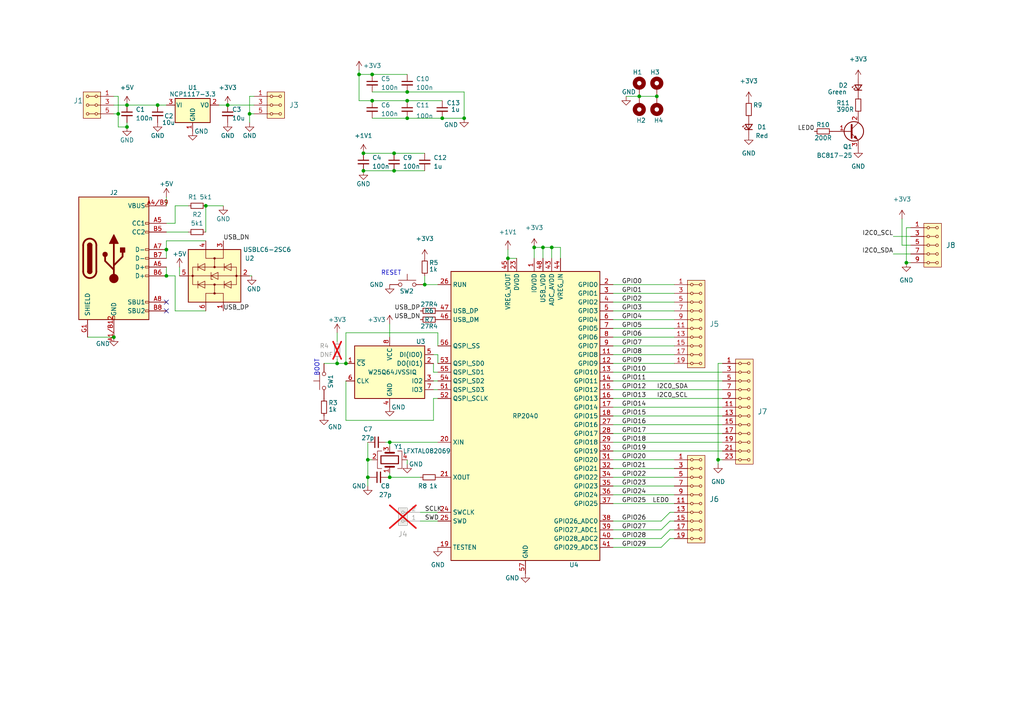
<source format=kicad_sch>
(kicad_sch (version 20230121) (generator eeschema)
  (paper "A4")
  (lib_symbols
    (symbol "Device:C_Small" (pin_numbers hide) (pin_names (offset 0.254) hide)
      (property "Reference" "C" (at 0.254 1.778 0))
      (property "Value" "C_Small" (at 0.254 -2.032 0))
      (symbol "C_Small_1_1"
        (pin passive line (at 0 2.54 270) (length 2.032) (name "~") (number "1"))
        (pin passive line (at 0 -2.54 90) (length 2.032) (name "~") (number "2"))
      )
    )
    (symbol "Device:Crystal_GND24" (pin_names (offset 1.016) hide)
      (property "Reference" "Y" (at 3.175 5.08 0))
      (property "Value" "Crystal_GND24" (at 3.175 3.175 0))
      (symbol "Crystal_GND24_1_1"
        (pin passive line (at -3.81 0 0) (length 1.27) (name "1") (number "1"))
        (pin passive line (at 0 5.08 270) (length 1.27) (name "2") (number "2"))
        (pin passive line (at 3.81 0 180) (length 1.27) (name "3") (number "3"))
        (pin passive line (at 0 -5.08 90) (length 1.27) (name "4") (number "4"))
      )
    )
    (symbol "Device:LED_Small" (pin_numbers hide) (pin_names (offset 0.254) hide)
      (property "Reference" "D" (at -1.27 3.175 0))
      (property "Value" "LED_Small" (at -4.445 -2.54 0))
      (symbol "LED_Small_1_1"
        (pin passive line (at -2.54 0 0) (length 1.778) (name "K") (number "1"))
        (pin passive line (at 2.54 0 180) (length 1.778) (name "A") (number "2"))
      )
    )
    (symbol "Device:Q_NPN_BCE" (pin_names (offset 0) hide)
      (property "Reference" "Q" (at 5.08 1.27 0))
      (property "Value" "Q_NPN_BCE" (at 5.08 -1.27 0))
      (symbol "Q_NPN_BCE_1_1"
        (pin input line (at -5.08 0 0) (length 5.715) (name "B") (number "1"))
        (pin passive line (at 2.54 5.08 270) (length 2.54) (name "C") (number "2"))
        (pin passive line (at 2.54 -5.08 90) (length 2.54) (name "E") (number "3"))
      )
    )
    (symbol "Device:R_Small" (pin_numbers hide) (pin_names (offset 0.254) hide)
      (property "Reference" "R" (at 0.762 0.508 0))
      (property "Value" "R_Small" (at 0.762 -1.016 0))
      (symbol "R_Small_1_1"
        (pin passive line (at 0 2.54 270) (length 0.762) (name "~") (number "1"))
        (pin passive line (at 0 -2.54 90) (length 0.762) (name "~") (number "2"))
      )
    )
    (symbol "MCU_RaspberryPi:RP2040"
      (property "Reference" "U" (at 17.78 45.72 0))
      (property "Value" "RP2040" (at 17.78 43.18 0))
      (symbol "RP2040_1_1"
        (pin power_in line (at 2.54 45.72 270) (length 3.81) (name "IOVDD") (number "1"))
        (pin passive line (at 2.54 45.72 270) (length 3.81) hide (name "IOVDD") (number "10"))
        (pin bidirectional line (at 25.4 17.78 180) (length 3.81) (name "GPIO8") (number "11"))
        (pin bidirectional line (at 25.4 15.24 180) (length 3.81) (name "GPIO9") (number "12"))
        (pin bidirectional line (at 25.4 12.7 180) (length 3.81) (name "GPIO10") (number "13"))
        (pin bidirectional line (at 25.4 10.16 180) (length 3.81) (name "GPIO11") (number "14"))
        (pin bidirectional line (at 25.4 7.62 180) (length 3.81) (name "GPIO12") (number "15"))
        (pin bidirectional line (at 25.4 5.08 180) (length 3.81) (name "GPIO13") (number "16"))
        (pin bidirectional line (at 25.4 2.54 180) (length 3.81) (name "GPIO14") (number "17"))
        (pin bidirectional line (at 25.4 0 180) (length 3.81) (name "GPIO15") (number "18"))
        (pin input line (at -25.4 -38.1 0) (length 3.81) (name "TESTEN") (number "19"))
        (pin bidirectional line (at 25.4 38.1 180) (length 3.81) (name "GPIO0") (number "2"))
        (pin input line (at -25.4 -7.62 0) (length 3.81) (name "XIN") (number "20"))
        (pin passive line (at -25.4 -17.78 0) (length 3.81) (name "XOUT") (number "21"))
        (pin passive line (at 2.54 45.72 270) (length 3.81) hide (name "IOVDD") (number "22"))
        (pin power_in line (at -2.54 45.72 270) (length 3.81) (name "DVDD") (number "23"))
        (pin output line (at -25.4 -27.94 0) (length 3.81) (name "SWCLK") (number "24"))
        (pin bidirectional line (at -25.4 -30.48 0) (length 3.81) (name "SWD") (number "25"))
        (pin input line (at -25.4 38.1 0) (length 3.81) (name "RUN") (number "26"))
        (pin bidirectional line (at 25.4 -2.54 180) (length 3.81) (name "GPIO16") (number "27"))
        (pin bidirectional line (at 25.4 -5.08 180) (length 3.81) (name "GPIO17") (number "28"))
        (pin bidirectional line (at 25.4 -7.62 180) (length 3.81) (name "GPIO18") (number "29"))
        (pin bidirectional line (at 25.4 35.56 180) (length 3.81) (name "GPIO1") (number "3"))
        (pin bidirectional line (at 25.4 -10.16 180) (length 3.81) (name "GPIO19") (number "30"))
        (pin bidirectional line (at 25.4 -12.7 180) (length 3.81) (name "GPIO20") (number "31"))
        (pin bidirectional line (at 25.4 -15.24 180) (length 3.81) (name "GPIO21") (number "32"))
        (pin passive line (at 2.54 45.72 270) (length 3.81) hide (name "IOVDD") (number "33"))
        (pin bidirectional line (at 25.4 -17.78 180) (length 3.81) (name "GPIO22") (number "34"))
        (pin bidirectional line (at 25.4 -20.32 180) (length 3.81) (name "GPIO23") (number "35"))
        (pin bidirectional line (at 25.4 -22.86 180) (length 3.81) (name "GPIO24") (number "36"))
        (pin bidirectional line (at 25.4 -25.4 180) (length 3.81) (name "GPIO25") (number "37"))
        (pin bidirectional line (at 25.4 -30.48 180) (length 3.81) (name "GPIO26_ADC0") (number "38"))
        (pin bidirectional line (at 25.4 -33.02 180) (length 3.81) (name "GPIO27_ADC1") (number "39"))
        (pin bidirectional line (at 25.4 33.02 180) (length 3.81) (name "GPIO2") (number "4"))
        (pin bidirectional line (at 25.4 -35.56 180) (length 3.81) (name "GPIO28_ADC2") (number "40"))
        (pin bidirectional line (at 25.4 -38.1 180) (length 3.81) (name "GPIO29_ADC3") (number "41"))
        (pin passive line (at 2.54 45.72 270) (length 3.81) hide (name "IOVDD") (number "42"))
        (pin power_in line (at 7.62 45.72 270) (length 3.81) (name "ADC_AVDD") (number "43"))
        (pin power_in line (at 10.16 45.72 270) (length 3.81) (name "VREG_IN") (number "44"))
        (pin power_out line (at -5.08 45.72 270) (length 3.81) (name "VREG_VOUT") (number "45"))
        (pin bidirectional line (at -25.4 27.94 0) (length 3.81) (name "USB_DM") (number "46"))
        (pin bidirectional line (at -25.4 30.48 0) (length 3.81) (name "USB_DP") (number "47"))
        (pin power_in line (at 5.08 45.72 270) (length 3.81) (name "USB_VDD") (number "48"))
        (pin passive line (at 2.54 45.72 270) (length 3.81) hide (name "IOVDD") (number "49"))
        (pin bidirectional line (at 25.4 30.48 180) (length 3.81) (name "GPIO3") (number "5"))
        (pin passive line (at -2.54 45.72 270) (length 3.81) hide (name "DVDD") (number "50"))
        (pin bidirectional line (at -25.4 7.62 0) (length 3.81) (name "QSPI_SD3") (number "51"))
        (pin output line (at -25.4 5.08 0) (length 3.81) (name "QSPI_SCLK") (number "52"))
        (pin bidirectional line (at -25.4 15.24 0) (length 3.81) (name "QSPI_SD0") (number "53"))
        (pin bidirectional line (at -25.4 10.16 0) (length 3.81) (name "QSPI_SD2") (number "54"))
        (pin bidirectional line (at -25.4 12.7 0) (length 3.81) (name "QSPI_SD1") (number "55"))
        (pin bidirectional line (at -25.4 20.32 0) (length 3.81) (name "QSPI_SS") (number "56"))
        (pin power_in line (at 0 -45.72 90) (length 3.81) (name "GND") (number "57"))
        (pin bidirectional line (at 25.4 27.94 180) (length 3.81) (name "GPIO4") (number "6"))
        (pin bidirectional line (at 25.4 25.4 180) (length 3.81) (name "GPIO5") (number "7"))
        (pin bidirectional line (at 25.4 22.86 180) (length 3.81) (name "GPIO6") (number "8"))
        (pin bidirectional line (at 25.4 20.32 180) (length 3.81) (name "GPIO7") (number "9"))
      )
    )
    (symbol "MLAB_CONNECTORS:USBC_USB4105-GF-A" (pin_names (offset 1.016))
      (property "Reference" "J" (at -10.16 19.05 0))
      (property "Value" "USBC_USB4105-GF-A" (at 19.05 19.05 0))
      (symbol "USBC_USB4105-GF-A_1_1"
        (pin passive line (at 0 -22.86 90) (length 5.08) (name "GND") (number "A1/B12"))
        (pin passive line (at 15.24 15.24 180) (length 5.08) (name "VBUS") (number "A4/B9"))
        (pin bidirectional line (at 15.24 10.16 180) (length 5.08) (name "CC1") (number "A5"))
        (pin bidirectional line (at 15.24 -2.54 180) (length 5.08) (name "D+") (number "A6"))
        (pin bidirectional line (at 15.24 2.54 180) (length 5.08) (name "D-") (number "A7"))
        (pin bidirectional line (at 15.24 -12.7 180) (length 5.08) (name "SBU1") (number "A8"))
        (pin passive line (at 0 -22.86 90) (length 5.08) hide (name "GND") (number "B1/A12"))
        (pin passive line (at 15.24 15.24 180) (length 5.08) hide (name "VBUS") (number "B4/A9"))
        (pin bidirectional line (at 15.24 7.62 180) (length 5.08) (name "CC2") (number "B5"))
        (pin bidirectional line (at 15.24 -5.08 180) (length 5.08) (name "D+") (number "B6"))
        (pin bidirectional line (at 15.24 0 180) (length 5.08) (name "D-") (number "B7"))
        (pin bidirectional line (at 15.24 -15.24 180) (length 5.08) (name "SBU2") (number "B8"))
        (pin passive line (at -7.62 -22.86 90) (length 5.08) (name "SHIELD") (number "G1"))
        (pin passive line (at -7.62 -22.86 90) (length 5.08) hide (name "SHIELD") (number "G2"))
        (pin passive line (at -7.62 -22.86 90) (length 5.08) hide (name "SHIELD") (number "G3"))
        (pin passive line (at -7.62 -22.86 90) (length 5.08) hide (name "SHIELD") (number "G4"))
      )
    )
    (symbol "MLAB_HEADER:HEADER_1x02" (pin_names (offset 1.016))
      (property "Reference" "J" (at 0 -3.81 0))
      (property "Value" "HEADER_1x02" (at 0 3.81 0))
      (symbol "HEADER_1x02_1_1"
        (pin input line (at -5.08 1.27 0) (length 3.81) (name "~") (number "1"))
        (pin input line (at -5.08 -1.27 0) (length 3.81) (name "~") (number "2"))
      )
    )
    (symbol "MLAB_HEADER:HEADER_2x03_PARALLEL" (pin_names (offset 1.016))
      (property "Reference" "J" (at 0 -5.08 0))
      (property "Value" "HEADER_2x03_PARALLEL" (at 0 5.08 0))
      (symbol "HEADER_2x03_PARALLEL_1_1"
        (pin input line (at -6.35 2.54 0) (length 3.81) (name "~") (number "1"))
        (pin input line (at -6.35 2.54 0) (length 3.81) hide (name "~") (number "2"))
        (pin input line (at -6.35 0 0) (length 3.81) (name "~") (number "3"))
        (pin input line (at -6.35 0 0) (length 3.81) hide (name "~") (number "4"))
        (pin input line (at -6.35 -2.54 0) (length 3.81) (name "~") (number "5"))
        (pin input line (at -6.35 -2.54 0) (length 3.81) hide (name "~") (number "6"))
      )
    )
    (symbol "MLAB_HEADER:HEADER_2x05_PARALLEL" (pin_names (offset 1.016))
      (property "Reference" "J" (at 0 -7.62 0))
      (property "Value" "HEADER_2x05_PARALLEL" (at 0 7.62 0))
      (symbol "HEADER_2x05_PARALLEL_1_1"
        (pin input line (at -6.35 5.08 0) (length 3.81) (name "~") (number "1"))
        (pin input line (at -6.35 -5.08 0) (length 3.81) hide (name "~") (number "10"))
        (pin input line (at -6.35 5.08 0) (length 3.81) hide (name "~") (number "2"))
        (pin input line (at -6.35 2.54 0) (length 3.81) (name "~") (number "3"))
        (pin input line (at -6.35 2.54 0) (length 3.81) hide (name "~") (number "4"))
        (pin input line (at -6.35 0 0) (length 3.81) (name "~") (number "5"))
        (pin input line (at -6.35 0 0) (length 3.81) hide (name "~") (number "6"))
        (pin input line (at -6.35 -2.54 0) (length 3.81) (name "~") (number "7"))
        (pin input line (at -6.35 -2.54 0) (length 3.81) hide (name "~") (number "8"))
        (pin input line (at -6.35 -5.08 0) (length 3.81) (name "~") (number "9"))
      )
    )
    (symbol "MLAB_HEADER:HEADER_2x10_PARALLEL" (pin_names (offset 1.016))
      (property "Reference" "J" (at 0 -13.97 0))
      (property "Value" "HEADER_2x10_PARALLEL" (at 0 13.97 0))
      (symbol "HEADER_2x10_PARALLEL_1_1"
        (pin input line (at -6.35 11.43 0) (length 3.81) (name "~") (number "1"))
        (pin input line (at -6.35 1.27 0) (length 3.81) hide (name "~") (number "10"))
        (pin input line (at -6.35 -1.27 0) (length 3.81) (name "~") (number "11"))
        (pin input line (at -6.35 -1.27 0) (length 3.81) hide (name "~") (number "12"))
        (pin input line (at -6.35 -3.81 0) (length 3.81) (name "~") (number "13"))
        (pin input line (at -6.35 -3.81 0) (length 3.81) hide (name "~") (number "14"))
        (pin input line (at -6.35 -6.35 0) (length 3.81) (name "~") (number "15"))
        (pin input line (at -6.35 -6.35 0) (length 3.81) hide (name "~") (number "16"))
        (pin input line (at -6.35 -8.89 0) (length 3.81) (name "~") (number "17"))
        (pin input line (at -6.35 -8.89 0) (length 3.81) hide (name "~") (number "18"))
        (pin input line (at -6.35 -11.43 0) (length 3.81) (name "~") (number "19"))
        (pin input line (at -6.35 11.43 0) (length 3.81) hide (name "~") (number "2"))
        (pin input line (at -6.35 -11.43 0) (length 3.81) hide (name "~") (number "20"))
        (pin input line (at -6.35 8.89 0) (length 3.81) (name "~") (number "3"))
        (pin input line (at -6.35 8.89 0) (length 3.81) hide (name "~") (number "4"))
        (pin input line (at -6.35 6.35 0) (length 3.81) (name "~") (number "5"))
        (pin input line (at -6.35 6.35 0) (length 3.81) hide (name "~") (number "6"))
        (pin input line (at -6.35 3.81 0) (length 3.81) (name "~") (number "7"))
        (pin input line (at -6.35 3.81 0) (length 3.81) hide (name "~") (number "8"))
        (pin input line (at -6.35 1.27 0) (length 3.81) (name "~") (number "9"))
      )
    )
    (symbol "MLAB_HEADER:HEADER_2x12_PARALLEL" (pin_names (offset 1.016))
      (property "Reference" "J" (at 0 -16.51 0))
      (property "Value" "HEADER_2x12_PARALLEL" (at 0 16.51 0))
      (symbol "HEADER_2x12_PARALLEL_1_1"
        (pin input line (at -6.35 13.97 0) (length 3.81) (name "~") (number "1"))
        (pin input line (at -6.35 3.81 0) (length 3.81) hide (name "~") (number "10"))
        (pin input line (at -6.35 1.27 0) (length 3.81) (name "~") (number "11"))
        (pin input line (at -6.35 1.27 0) (length 3.81) hide (name "~") (number "12"))
        (pin input line (at -6.35 -1.27 0) (length 3.81) (name "~") (number "13"))
        (pin input line (at -6.35 -1.27 0) (length 3.81) hide (name "~") (number "14"))
        (pin input line (at -6.35 -3.81 0) (length 3.81) (name "~") (number "15"))
        (pin input line (at -6.35 -3.81 0) (length 3.81) hide (name "~") (number "16"))
        (pin input line (at -6.35 -6.35 0) (length 3.81) (name "~") (number "17"))
        (pin input line (at -6.35 -6.35 0) (length 3.81) hide (name "~") (number "18"))
        (pin input line (at -6.35 -8.89 0) (length 3.81) (name "~") (number "19"))
        (pin input line (at -6.35 13.97 0) (length 3.81) hide (name "~") (number "2"))
        (pin input line (at -6.35 -8.89 0) (length 3.81) hide (name "~") (number "20"))
        (pin input line (at -6.35 -11.43 0) (length 3.81) (name "~") (number "21"))
        (pin input line (at -6.35 -11.43 0) (length 3.81) hide (name "~") (number "22"))
        (pin input line (at -6.35 -13.97 0) (length 3.81) (name "~") (number "23"))
        (pin input line (at -6.35 -13.97 0) (length 3.81) hide (name "~") (number "24"))
        (pin input line (at -6.35 11.43 0) (length 3.81) (name "~") (number "3"))
        (pin input line (at -6.35 11.43 0) (length 3.81) hide (name "~") (number "4"))
        (pin input line (at -6.35 8.89 0) (length 3.81) (name "~") (number "5"))
        (pin input line (at -6.35 8.89 0) (length 3.81) hide (name "~") (number "6"))
        (pin input line (at -6.35 6.35 0) (length 3.81) (name "~") (number "7"))
        (pin input line (at -6.35 6.35 0) (length 3.81) hide (name "~") (number "8"))
        (pin input line (at -6.35 3.81 0) (length 3.81) (name "~") (number "9"))
      )
    )
    (symbol "Mechanical:MountingHole_Pad" (pin_numbers hide) (pin_names (offset 1.016) hide)
      (property "Reference" "H" (at 0 6.35 0))
      (property "Value" "MountingHole_Pad" (at 0 4.445 0))
      (symbol "MountingHole_Pad_1_1"
        (pin input line (at 0 -2.54 90) (length 2.54) (name "1") (number "1"))
      )
    )
    (symbol "Memory_Flash:W25Q128JVS"
      (property "Reference" "U" (at -8.89 8.89 0))
      (property "Value" "W25Q128JVS" (at 7.62 8.89 0))
      (symbol "W25Q128JVS_1_1"
        (pin input line (at -12.7 2.54 0) (length 2.54) (name "~{CS}") (number "1"))
        (pin bidirectional line (at 12.7 2.54 180) (length 2.54) (name "DO(IO1)") (number "2"))
        (pin bidirectional line (at 12.7 -2.54 180) (length 2.54) (name "IO2") (number "3"))
        (pin power_in line (at 0 -10.16 90) (length 2.54) (name "GND") (number "4"))
        (pin bidirectional line (at 12.7 5.08 180) (length 2.54) (name "DI(IO0)") (number "5"))
        (pin input line (at -12.7 -2.54 0) (length 2.54) (name "CLK") (number "6"))
        (pin bidirectional line (at 12.7 -5.08 180) (length 2.54) (name "IO3") (number "7"))
        (pin power_in line (at 0 10.16 270) (length 2.54) (name "VCC") (number "8"))
      )
    )
    (symbol "Power_Protection:USBLC6-2SC6" (pin_names hide)
      (property "Reference" "U" (at 2.54 8.89 0))
      (property "Value" "USBLC6-2SC6" (at 2.54 -8.89 0))
      (symbol "USBLC6-2SC6_1_1"
        (pin passive line (at -10.16 -2.54 0) (length 2.54) (name "I/O1") (number "1"))
        (pin passive line (at 0 -10.16 90) (length 2.54) (name "GND") (number "2"))
        (pin passive line (at 10.16 -2.54 180) (length 2.54) (name "I/O2") (number "3"))
        (pin passive line (at 10.16 2.54 180) (length 2.54) (name "I/O2") (number "4"))
        (pin passive line (at 0 10.16 270) (length 2.54) (name "VBUS") (number "5"))
        (pin passive line (at -10.16 2.54 0) (length 2.54) (name "I/O1") (number "6"))
      )
    )
    (symbol "Regulator_Linear:NCP1117-3.3_SOT223" (pin_names (offset 0.254))
      (property "Reference" "U" (at -3.81 3.175 0))
      (property "Value" "NCP1117-3.3_SOT223" (at 0 3.175 0))
      (symbol "NCP1117-3.3_SOT223_1_1"
        (pin power_in line (at 0 -7.62 90) (length 2.54) (name "GND") (number "1"))
        (pin power_out line (at 7.62 0 180) (length 2.54) (name "VO") (number "2"))
        (pin power_in line (at -7.62 0 0) (length 2.54) (name "VI") (number "3"))
      )
    )
    (symbol "Switch:SW_Push" (pin_numbers hide) (pin_names (offset 1.016) hide)
      (property "Reference" "SW" (at 1.27 2.54 0))
      (property "Value" "SW_Push" (at 0 -1.524 0))
      (symbol "SW_Push_0_1"
        (pin passive line (at -5.08 0 0) (length 2.54) (name "1") (number "1"))
        (pin passive line (at 5.08 0 180) (length 2.54) (name "2") (number "2"))
      )
    )
    (symbol "power:+1V1" (power) (pin_names (offset 0))
      (property "Value" "+1V1" (at 0 3.556 0))
      (symbol "+1V1_1_1"
        (pin power_in line (at 0 0 90) (length 0) hide (name "+1V1") (number "1"))
      )
    )
    (symbol "power:+3V3" (power) (pin_names (offset 0))
      (property "Value" "+3V3" (at 0 3.556 0))
      (symbol "+3V3_1_1"
        (pin power_in line (at 0 0 90) (length 0) hide (name "+3V3") (number "1"))
      )
    )
    (symbol "power:+5V" (power) (pin_names (offset 0))
      (property "Value" "+5V" (at 0 3.556 0))
      (symbol "+5V_1_1"
        (pin power_in line (at 0 0 90) (length 0) hide (name "+5V") (number "1"))
      )
    )
    (symbol "power:GND" (power) (pin_names (offset 0))
      (property "Value" "GND" (at 0 -3.81 0))
      (symbol "GND_1_1"
        (pin power_in line (at 0 0 270) (length 0) hide (name "GND") (number "1"))
      )
    )
  )
  (junction (at 185.42 27.94))
  (junction (at 36.83 36.83))
  (junction (at 118.11 34.29))
  (junction (at 106.68 133.35))
  (junction (at 48.26 72.39))
  (junction (at 208.28 133.35))
  (junction (at 147.32 74.93))
  (junction (at 118.11 29.21))
  (junction (at 262.89 76.2))
  (junction (at 114.3 44.45))
  (junction (at 128.27 34.29))
  (junction (at 34.29 33.02))
  (junction (at 107.95 21.59))
  (junction (at 160.02 71.755))
  (junction (at 154.94 71.755))
  (junction (at 104.14 21.59))
  (junction (at 105.41 44.45))
  (junction (at 48.26 80.01))
  (junction (at 72.39 33.02))
  (junction (at 107.95 29.21))
  (junction (at 106.68 138.43))
  (junction (at 113.03 138.43))
  (junction (at 157.48 71.755))
  (junction (at 97.79 105.41))
  (junction (at 134.62 34.29))
  (junction (at 190.5 27.94))
  (junction (at 100.33 105.41))
  (junction (at 36.83 30.48))
  (junction (at 105.41 49.53))
  (junction (at 114.3 49.53))
  (junction (at 45.72 30.48))
  (junction (at 123.19 82.55))
  (junction (at 59.69 59.69))
  (junction (at 118.11 26.67))
  (junction (at 33.02 97.79))
  (junction (at 66.04 30.48))
  (junction (at 113.03 128.27))
  (no_connect (at 48.26 90.17))
  (no_connect (at 48.26 87.63))
  (wire (pts (xy 72.39 80.01) (xy 73.025 80.01)))
  (wire (pts (xy 195.58 100.33) (xy 177.8 100.33)))
  (wire (pts (xy 195.58 82.55) (xy 177.8 82.55)))
  (wire (pts (xy 45.72 30.48) (xy 48.26 30.48)))
  (wire (pts (xy 72.39 33.02) (xy 72.39 35.56)))
  (wire (pts (xy 97.79 96.52) (xy 97.79 99.06)))
  (wire (pts (xy 72.39 33.02) (xy 73.66 33.02)))
  (wire (pts (xy 106.68 133.35) (xy 106.68 138.43)))
  (wire (pts (xy 106.68 128.27) (xy 106.68 133.35)))
  (wire (pts (xy 106.68 140.97) (xy 106.68 138.43)))
  (wire (pts (xy 48.26 67.31) (xy 54.61 67.31)))
  (wire (pts (xy 125.73 115.57) (xy 127 115.57)))
  (wire (pts (xy 147.32 74.93) (xy 149.86 74.93)))
  (wire (pts (xy 125.73 115.57) (xy 125.73 121.92)))
  (wire (pts (xy 36.83 36.83) (xy 36.83 35.56)))
  (wire (pts (xy 107.95 26.67) (xy 118.11 26.67)))
  (wire (pts (xy 104.14 21.59) (xy 107.95 21.59)))
  (wire (pts (xy 208.28 105.41) (xy 208.28 133.35)))
  (wire (pts (xy 59.69 59.69) (xy 59.69 67.31)))
  (wire (pts (xy 195.58 135.89) (xy 177.8 135.89)))
  (wire (pts (xy 72.39 27.94) (xy 72.39 33.02)))
  (wire (pts (xy 104.14 21.59) (xy 104.14 29.21)))
  (wire (pts (xy 66.04 30.48) (xy 73.66 30.48)))
  (wire (pts (xy 105.41 44.45) (xy 114.3 44.45)))
  (wire (pts (xy 177.8 151.13) (xy 191.77 151.13)))
  (wire (pts (xy 114.3 49.53) (xy 123.19 49.53)))
  (wire (pts (xy 194.31 156.21) (xy 195.58 156.21)))
  (wire (pts (xy 127 102.87) (xy 125.73 102.87)))
  (wire (pts (xy 195.58 102.87) (xy 177.8 102.87)))
  (wire (pts (xy 195.58 138.43) (xy 177.8 138.43)))
  (wire (pts (xy 50.8 80.01) (xy 48.26 80.01)))
  (wire (pts (xy 195.58 146.05) (xy 177.8 146.05)))
  (wire (pts (xy 97.79 105.41) (xy 100.33 105.41)))
  (wire (pts (xy 113.03 137.16) (xy 113.03 138.43)))
  (wire (pts (xy 113.03 128.27) (xy 113.03 129.54)))
  (wire (pts (xy 177.8 115.57) (xy 209.55 115.57)))
  (wire (pts (xy 106.68 133.35) (xy 107.95 133.35)))
  (wire (pts (xy 121.92 151.13) (xy 127 151.13)))
  (wire (pts (xy 208.28 133.35) (xy 208.28 134.62)))
  (wire (pts (xy 262.89 66.04) (xy 264.16 66.04)))
  (wire (pts (xy 209.55 123.19) (xy 177.8 123.19)))
  (wire (pts (xy 107.95 29.21) (xy 118.11 29.21)))
  (wire (pts (xy 113.03 138.43) (xy 121.92 138.43)))
  (wire (pts (xy 195.58 87.63) (xy 177.8 87.63)))
  (wire (pts (xy 209.55 128.27) (xy 177.8 128.27)))
  (wire (pts (xy 118.11 26.67) (xy 134.62 26.67)))
  (wire (pts (xy 34.29 27.94) (xy 34.29 33.02)))
  (wire (pts (xy 59.69 90.17) (xy 50.8 90.17)))
  (wire (pts (xy 209.55 130.81) (xy 177.8 130.81)))
  (wire (pts (xy 104.14 21.59) (xy 104.14 20.32)))
  (wire (pts (xy 118.11 34.29) (xy 128.27 34.29)))
  (wire (pts (xy 177.8 107.95) (xy 209.55 107.95)))
  (wire (pts (xy 121.92 148.59) (xy 127 148.59)))
  (wire (pts (xy 194.31 153.67) (xy 195.58 153.67)))
  (wire (pts (xy 127 105.41) (xy 127 102.87)))
  (wire (pts (xy 259.08 73.66) (xy 264.16 73.66)))
  (wire (pts (xy 177.8 156.21) (xy 191.77 156.21)))
  (wire (pts (xy 147.32 74.93) (xy 147.32 72.39)))
  (wire (pts (xy 113.03 93.98) (xy 113.03 97.79)))
  (wire (pts (xy 191.77 156.21) (xy 194.31 153.67)))
  (wire (pts (xy 209.55 125.73) (xy 177.8 125.73)))
  (wire (pts (xy 177.8 113.03) (xy 209.55 113.03)))
  (wire (pts (xy 177.8 153.67) (xy 191.77 153.67)))
  (wire (pts (xy 128.27 34.29) (xy 134.62 34.29)))
  (wire (pts (xy 262.89 66.04) (xy 262.89 76.2)))
  (wire (pts (xy 191.77 151.13) (xy 194.31 148.59)))
  (wire (pts (xy 106.68 138.43) (xy 107.315 138.43)))
  (wire (pts (xy 162.56 71.755) (xy 160.02 71.755)))
  (wire (pts (xy 100.33 121.92) (xy 125.73 121.92)))
  (wire (pts (xy 48.26 57.15) (xy 48.26 59.69)))
  (wire (pts (xy 52.07 77.47) (xy 52.07 80.01)))
  (wire (pts (xy 34.29 36.83) (xy 36.83 36.83)))
  (wire (pts (xy 100.33 121.92) (xy 100.33 110.49)))
  (wire (pts (xy 63.5 30.48) (xy 66.04 30.48)))
  (wire (pts (xy 100.33 96.52) (xy 127 96.52)))
  (wire (pts (xy 100.33 96.52) (xy 100.33 105.41)))
  (wire (pts (xy 154.94 71.755) (xy 154.94 74.93)))
  (wire (pts (xy 157.48 71.755) (xy 157.48 74.93)))
  (wire (pts (xy 59.69 59.69) (xy 64.77 59.69)))
  (wire (pts (xy 194.31 148.59) (xy 195.58 148.59)))
  (wire (pts (xy 177.8 110.49) (xy 209.55 110.49)))
  (wire (pts (xy 125.73 107.95) (xy 125.73 105.41)))
  (wire (pts (xy 209.55 120.65) (xy 177.8 120.65)))
  (wire (pts (xy 259.08 68.58) (xy 264.16 68.58)))
  (wire (pts (xy 208.28 105.41) (xy 209.55 105.41)))
  (wire (pts (xy 127 96.52) (xy 127 100.33)))
  (wire (pts (xy 118.11 29.21) (xy 128.27 29.21)))
  (wire (pts (xy 104.14 29.21) (xy 107.95 29.21)))
  (wire (pts (xy 34.29 33.02) (xy 34.29 36.83)))
  (wire (pts (xy 185.42 27.94) (xy 190.5 27.94)))
  (wire (pts (xy 113.03 128.27) (xy 127 128.27)))
  (wire (pts (xy 157.48 71.755) (xy 154.94 71.755)))
  (wire (pts (xy 194.31 151.13) (xy 195.58 151.13)))
  (wire (pts (xy 59.69 69.85) (xy 48.26 69.85)))
  (wire (pts (xy 195.58 140.97) (xy 177.8 140.97)))
  (wire (pts (xy 112.395 138.43) (xy 113.03 138.43)))
  (wire (pts (xy 127 107.95) (xy 125.73 107.95)))
  (wire (pts (xy 262.89 76.2) (xy 264.16 76.2)))
  (wire (pts (xy 177.8 158.75) (xy 191.77 158.75)))
  (wire (pts (xy 160.02 71.755) (xy 157.48 71.755)))
  (wire (pts (xy 195.58 133.35) (xy 177.8 133.35)))
  (wire (pts (xy 36.83 30.48) (xy 45.72 30.48)))
  (wire (pts (xy 33.02 33.02) (xy 34.29 33.02)))
  (wire (pts (xy 123.19 82.55) (xy 127 82.55)))
  (wire (pts (xy 123.19 80.01) (xy 123.19 82.55)))
  (wire (pts (xy 48.26 77.47) (xy 48.26 80.01)))
  (wire (pts (xy 191.77 158.75) (xy 194.31 156.21)))
  (wire (pts (xy 97.79 104.14) (xy 97.79 105.41)))
  (wire (pts (xy 48.26 69.85) (xy 48.26 72.39)))
  (wire (pts (xy 50.8 59.69) (xy 50.8 64.77)))
  (wire (pts (xy 195.58 105.41) (xy 177.8 105.41)))
  (wire (pts (xy 33.02 30.48) (xy 36.83 30.48)))
  (wire (pts (xy 125.73 113.03) (xy 127 113.03)))
  (wire (pts (xy 261.62 63.5) (xy 261.62 71.12)))
  (wire (pts (xy 195.58 85.09) (xy 177.8 85.09)))
  (wire (pts (xy 50.8 59.69) (xy 54.61 59.69)))
  (wire (pts (xy 107.95 21.59) (xy 118.11 21.59)))
  (wire (pts (xy 195.58 143.51) (xy 177.8 143.51)))
  (wire (pts (xy 118.11 134.62) (xy 118.11 133.35)))
  (wire (pts (xy 111.76 128.27) (xy 113.03 128.27)))
  (wire (pts (xy 195.58 90.17) (xy 177.8 90.17)))
  (wire (pts (xy 160.02 71.755) (xy 160.02 74.93)))
  (wire (pts (xy 195.58 95.25) (xy 177.8 95.25)))
  (wire (pts (xy 261.62 71.12) (xy 264.16 71.12)))
  (wire (pts (xy 208.28 133.35) (xy 209.55 133.35)))
  (wire (pts (xy 25.4 97.79) (xy 33.02 97.79)))
  (wire (pts (xy 50.8 64.77) (xy 48.26 64.77)))
  (wire (pts (xy 194.31 151.13) (xy 191.77 153.67)))
  (wire (pts (xy 107.95 34.29) (xy 118.11 34.29)))
  (wire (pts (xy 33.02 27.94) (xy 34.29 27.94)))
  (wire (pts (xy 134.62 26.67) (xy 134.62 34.29)))
  (wire (pts (xy 72.39 27.94) (xy 73.66 27.94)))
  (wire (pts (xy 48.26 74.93) (xy 48.26 72.39)))
  (wire (pts (xy 93.98 105.41) (xy 97.79 105.41)))
  (wire (pts (xy 50.8 90.17) (xy 50.8 80.01)))
  (wire (pts (xy 181.61 27.94) (xy 185.42 27.94)))
  (wire (pts (xy 105.41 49.53) (xy 114.3 49.53)))
  (wire (pts (xy 114.3 44.45) (xy 123.19 44.45)))
  (wire (pts (xy 125.73 110.49) (xy 127 110.49)))
  (wire (pts (xy 195.58 92.71) (xy 177.8 92.71)))
  (wire (pts (xy 195.58 97.79) (xy 177.8 97.79)))
  (wire (pts (xy 209.55 118.11) (xy 177.8 118.11)))
  (wire (pts (xy 162.56 74.93) (xy 162.56 71.755)))
  (text "BOOT" (at 92.71 109.22 90) (effects (font (size 1.27 1.27)) (justify left bottom)))
  (text "RESET" (at 110.49 80.01 0) (effects (font (size 1.27 1.27)) (justify left bottom)))
  (label "GPIO7" (at 180.34 100.33 0))
  (label "I2C0_SCL" (at 259.08 68.58 180))
  (label "USB_DN" (at 64.77 69.85 0))
  (label "GPIO29" (at 180.34 158.75 0))
  (label "USB_DN" (at 121.92 92.71 180))
  (label "GPIO9" (at 180.34 105.41 0))
  (label "GPIO8" (at 180.34 102.87 0))
  (label "GPIO3" (at 180.34 90.17 0))
  (label "GPIO5" (at 180.34 95.25 0))
  (label "I2C0_SDA" (at 190.5 113.03 0))
  (label "GPIO18" (at 180.34 128.27 0))
  (label "SCLK" (at 123.19 148.59 0))
  (label "GPIO1" (at 180.34 85.09 0))
  (label "GPIO20" (at 180.34 133.35 0))
  (label "GPIO23" (at 180.34 140.97 0))
  (label "USB_DP" (at 121.92 90.17 180))
  (label "GPIO6" (at 180.34 97.79 0))
  (label "GPIO15" (at 180.34 120.65 0))
  (label "GPIO10" (at 180.34 107.95 0))
  (label "GPIO2" (at 180.34 87.63 0))
  (label "GPIO14" (at 180.34 118.11 0))
  (label "GPIO19" (at 180.34 130.81 0))
  (label "I2C0_SCL" (at 190.5 115.57 0))
  (label "GPIO0" (at 180.34 82.55 0))
  (label "I2C0_SDA" (at 259.08 73.66 180))
  (label "LED0" (at 236.22 38.1 180))
  (label "USB_DP" (at 64.77 90.17 0))
  (label "GPIO11" (at 180.34 110.49 0))
  (label "SWD" (at 123.19 151.13 0))
  (label "GPIO26" (at 180.34 151.13 0))
  (label "GPIO12" (at 180.34 113.03 0))
  (label "GPIO4" (at 180.34 92.71 0))
  (label "GPIO28" (at 180.34 156.21 0))
  (label "GPIO24" (at 180.34 143.51 0))
  (label "GPIO25" (at 180.34 146.05 0))
  (label "GPIO17" (at 180.34 125.73 0))
  (label "GPIO16" (at 180.34 123.19 0))
  (label "GPIO27" (at 180.34 153.67 0))
  (label "GPIO13" (at 180.34 115.57 0))
  (label "GPIO22" (at 180.34 138.43 0))
  (label "LED0" (at 189.23 146.05 0))
  (label "GPIO21" (at 180.34 135.89 0))
  (symbol (lib_id "power:+3V3") (at 97.79 96.52 0) (unit 1)
    (property "Reference" "#PWR014" (effects hide))
    (property "Value" "+3V3" (at 97.79 92.71 0))
  )
  (symbol (lib_id "Device:R_Small") (at 93.98 118.11 0) (unit 1)
    (property "Reference" "R3" (at 95.25 116.84 0) (effects (justify left)))
    (property "Value" "1k" (at 95.25 118.745 0) (effects (justify left)))
    (property "Footprint" "Resistor_SMD:R_0805_2012Metric" (effects hide))
    (property "Obchod" "TME" (effects hide))
  )
  (symbol (lib_id "power:GND") (at 127 158.75 0) (unit 1)
    (property "Reference" "#PWR024" (effects hide))
    (property "Value" "GND" (at 127 163.83 0))
  )
  (symbol (lib_id "Device:C_Small") (at 107.95 31.75 0) (unit 1)
    (property "Reference" "C6" (at 110.49 30.4862 0) (effects (justify left)))
    (property "Value" "100n" (at 110.49 33.0262 0) (effects (justify left)))
    (property "Footprint" "Capacitor_SMD:C_0805_2012Metric" (effects hide))
    (property "Obchod" "TME" (effects hide))
  )
  (symbol (lib_id "power:GND") (at 93.98 120.65 0) (unit 1)
    (property "Reference" "#PWR013" (effects hide))
    (property "Value" "GND" (at 97.155 123.825 0))
  )
  (symbol (lib_id "Device:R_Small") (at 57.15 67.31 90) (unit 1)
    (property "Reference" "R2" (at 57.15 62.23 90))
    (property "Value" "5k1" (at 57.15 64.77 90))
    (property "Footprint" "Resistor_SMD:R_0805_2012Metric" (effects hide))
    (property "Obchod" "TME" (effects hide))
  )
  (symbol (lib_id "Device:LED_Small") (at 248.92 25.4 90) (unit 1)
    (property "Reference" "D2" (at 243.205 24.765 90) (effects (justify right)))
    (property "Value" "Green" (at 240.03 26.67 90) (effects (justify right)))
    (property "Footprint" "Mlab_D:LED_1206_KPTR" (effects hide))
    (property "Obchod" "OK" (effects hide))
  )
  (symbol (lib_id "power:+1V1") (at 105.41 44.45 0) (unit 1)
    (property "Reference" "#PWR016" (effects hide))
    (property "Value" "+1V1" (at 105.41 39.37 0))
  )
  (symbol (lib_id "power:GND") (at 55.88 38.1 0) (unit 1)
    (property "Reference" "#PWR07" (effects hide))
    (property "Value" "GND" (at 58.42 38.1 0))
  )
  (symbol (lib_id "Device:C_Small") (at 109.855 138.43 90) (unit 1)
    (property "Reference" "C8" (at 111.76 140.97 90))
    (property "Value" "27p" (at 111.76 143.51 90))
    (property "Footprint" "Capacitor_SMD:C_0805_2012Metric" (effects hide))
    (property "Obchod" "TME" (effects hide))
  )
  (symbol (lib_id "MLAB_HEADER:HEADER_2x03_PARALLEL") (at 80.01 30.48 0) (unit 1)
    (property "Reference" "J3" (at 83.82 30.48 0) (effects (font (size 1.524 1.524)) (justify left)))
    (property "Value" "HEADER_1x03" (effects hide))
    (property "Footprint" "Mlab_Pin_Headers:Straight_2x03" (effects hide))
  )
  (symbol (lib_id "Device:R_Small") (at 123.19 77.47 0) (unit 1)
    (property "Reference" "R5" (at 124.46 76.2 0) (effects (justify left)))
    (property "Value" "1k" (at 124.46 78.105 0) (effects (justify left)))
    (property "Footprint" "Resistor_SMD:R_0805_2012Metric" (effects hide))
    (property "Obchod" "TME" (effects hide))
  )
  (symbol (lib_id "power:GND") (at 73.025 80.01 0) (unit 1)
    (property "Reference" "#PWR012" (effects hide))
    (property "Value" "GND" (at 73.66 83.82 0))
  )
  (symbol (lib_id "Switch:SW_Push") (at 118.11 82.55 0) (unit 1)
    (property "Reference" "SW2" (at 120.015 84.455 0) (effects (justify right)))
    (property "Value" "434133025816" (effects hide))
    (property "Footprint" "Button_Switch_SMD:SW_Push_1P1T_NO_Vertical_Wuerth_434133025816" (effects hide))
    (property "Obchod" "TME" (effects hide))
  )
  (symbol (lib_id "power:GND") (at 72.39 35.56 0) (unit 1)
    (property "Reference" "#PWR011" (effects hide))
    (property "Value" "GND" (at 72.39 39.37 0))
  )
  (symbol (lib_id "Device:R_Small") (at 124.46 92.71 90) (unit 1)
    (property "Reference" "R7" (at 124.46 92.71 90))
    (property "Value" "27R4" (at 124.46 94.615 90))
    (property "Footprint" "Resistor_SMD:R_0805_2012Metric" (effects hide))
    (property "Obchod" "TME" (effects hide))
  )
  (symbol (lib_id "power:+5V") (at 52.07 77.47 0) (unit 1)
    (property "Reference" "#PWR06" (effects hide))
    (property "Value" "+5V" (at 52.07 73.66 0))
  )
  (symbol (lib_id "power:GND") (at 208.28 134.62 0) (unit 1)
    (property "Reference" "#PWR030" (effects hide))
    (property "Value" "GND" (at 208.28 139.7 0))
  )
  (symbol (lib_id "power:GND") (at 36.83 36.83 0) (unit 1)
    (property "Reference" "#PWR03" (effects hide))
    (property "Value" "GND" (at 36.83 40.64 0))
  )
  (symbol (lib_id "Device:C_Small") (at 107.95 24.13 0) (unit 1)
    (property "Reference" "C5" (at 110.49 22.8662 0) (effects (justify left)))
    (property "Value" "100n" (at 110.49 25.4062 0) (effects (justify left)))
    (property "Footprint" "Capacitor_SMD:C_0805_2012Metric" (effects hide))
    (property "Obchod" "TME" (effects hide))
  )
  (symbol (lib_id "Device:C_Small") (at 128.27 31.75 0) (unit 1)
    (property "Reference" "C13" (at 129.54 29.845 0) (effects (justify left)))
    (property "Value" "1u" (at 130.81 31.75 0) (effects (justify left)))
    (property "Footprint" "Capacitor_SMD:C_0805_2012Metric" (effects hide))
    (property "Obchod" "TME" (effects hide))
  )
  (symbol (lib_id "Device:C_Small") (at 45.72 33.02 0) (unit 1)
    (property "Reference" "C2" (at 47.625 33.655 0) (effects (justify left)))
    (property "Value" "10u" (at 46.99 35.56 0) (effects (justify left)))
    (property "Footprint" "Capacitor_SMD:C_0805_2012Metric" (effects hide))
    (property "Obchod" "TME" (effects hide))
  )
  (symbol (lib_id "Device:C_Small") (at 36.83 33.02 0) (unit 1)
    (property "Reference" "C1" (at 39.37 31.7562 0) (effects (justify left)))
    (property "Value" "100n" (at 39.37 34.2962 0) (effects (justify left)))
    (property "Footprint" "Capacitor_SMD:C_0805_2012Metric" (effects hide))
    (property "Obchod" "TME" (effects hide))
  )
  (symbol (lib_id "power:+3V3") (at 217.17 29.21 0) (unit 1)
    (property "Reference" "#PWR031" (effects hide))
    (property "Value" "+3V3" (at 217.17 23.495 0))
  )
  (symbol (lib_id "Device:R_Small") (at 238.76 38.1 90) (unit 1)
    (property "Reference" "R10" (at 240.665 36.195 90) (effects (justify left)))
    (property "Value" "200R" (at 241.3 40.005 90) (effects (justify left)))
    (property "Footprint" "Resistor_SMD:R_0805_2012Metric" (effects hide))
    (property "Obchod" "TME" (effects hide))
  )
  (symbol (lib_id "power:GND") (at 66.04 35.56 0) (unit 1)
    (property "Reference" "#PWR010" (effects hide))
    (property "Value" "GND" (at 66.04 39.37 0))
  )
  (symbol (lib_id "power:GND") (at 217.17 39.37 0) (unit 1)
    (property "Reference" "#PWR032" (effects hide))
    (property "Value" "GND" (at 217.17 44.45 0))
  )
  (symbol (lib_id "Device:C_Small") (at 114.3 46.99 0) (unit 1)
    (property "Reference" "C9" (at 116.84 45.7262 0) (effects (justify left)))
    (property "Value" "100n" (at 116.84 48.2662 0) (effects (justify left)))
    (property "Footprint" "Capacitor_SMD:C_0805_2012Metric" (effects hide))
    (property "Obchod" "TME" (effects hide))
  )
  (symbol (lib_id "Device:R_Small") (at 217.17 31.75 180) (unit 1)
    (property "Reference" "R9" (at 218.44 30.48 0) (effects (justify right)))
    (property "Value" "200R" (at 218.44 33.02 0) (effects (justify right)))
    (property "Footprint" "Resistor_SMD:R_0805_2012Metric" (effects hide))
    (property "Footprint" "Resistor_SMD:R_0805_2012Metric" (effects hide))
    (property "Value" "200R" (effects hide))
  )
  (symbol (lib_id "power:GND") (at 113.03 118.11 0) (unit 1)
    (property "Reference" "#PWR021" (effects hide))
    (property "Value" "GND" (at 115.57 118.11 0))
  )
  (symbol (lib_id "Switch:SW_Push") (at 93.98 110.49 90) (unit 1)
    (property "Reference" "SW1" (at 95.885 108.585 0) (effects (justify right)))
    (property "Value" "434133025816" (effects hide))
    (property "Footprint" "Button_Switch_SMD:SW_Push_1P1T_NO_Vertical_Wuerth_434133025816" (effects hide))
    (property "Obchod" "TME" (effects hide))
  )
  (symbol (lib_id "Device:R_Small") (at 124.46 138.43 270) (unit 1)
    (property "Reference" "R8" (at 122.555 140.97 90))
    (property "Value" "1k" (at 125.73 140.97 90))
    (property "Footprint" "Resistor_SMD:R_0805_2012Metric" (effects hide))
    (property "Obchod" "TME" (effects hide))
  )
  (symbol (lib_id "Device:R_Small") (at 248.92 30.48 0) (unit 1)
    (property "Reference" "R11" (at 242.57 29.845 0) (effects (justify left)))
    (property "Value" "390R" (at 242.57 31.75 0) (effects (justify left)))
    (property "Footprint" "Resistor_SMD:R_0805_2012Metric" (effects hide))
  )
  (symbol (lib_id "power:GND") (at 33.02 97.79 0) (unit 1)
    (property "Reference" "#PWR01" (effects hide))
    (property "Value" "GND" (at 29.845 99.695 0))
  )
  (symbol (lib_id "Power_Protection:USBLC6-2SC6") (at 62.23 80.01 90) (unit 1)
    (property "Reference" "U2" (at 72.39 74.93 90))
    (property "Value" "USBLC6-2SC6" (at 77.47 72.39 90))
    (property "Footprint" "Package_TO_SOT_SMD:SOT-23-6" (effects hide))
    (property "Datasheet" "https://www.st.com/resource/en/datasheet/usblc6-2.pdf" (effects hide))
    (property "Obchod" "TME" (effects hide))
  )
  (symbol (lib_id "Mechanical:MountingHole_Pad") (at 185.42 25.4 0) (unit 1) (in_bom no)
    (property "Reference" "H1" (at 183.515 20.955 0) (effects (justify left)))
    (property "Value" "MountingHole_Pad" (effects hide))
    (property "Footprint" "MountingHole:MountingHole_3.2mm_M3_Pad_Via" (effects hide))
    (property "Footprint" "MountingHole:MountingHole_3.2mm_M3_Pad_Via" (effects hide))
    (property "Value" "MountingHole_Pad" (effects hide))
    (property "Obchod" "OK" (effects hide))
  )
  (symbol (lib_id "power:GND") (at 152.4 166.37 0) (unit 1)
    (property "Reference" "#PWR027" (effects hide))
    (property "Value" "GND" (at 148.59 167.64 0))
  )
  (symbol (lib_id "power:GND") (at 45.72 35.56 0) (unit 1)
    (property "Reference" "#PWR04" (effects hide))
    (property "Value" "GND" (at 45.72 39.37 0))
  )
  (symbol (lib_id "power:+3V3") (at 154.94 71.755 0) (unit 1)
    (property "Reference" "#PWR028" (effects hide))
    (property "Value" "+3V3" (at 154.94 66.04 0))
  )
  (symbol (lib_id "power:GND") (at 105.41 49.53 0) (unit 1)
    (property "Reference" "#PWR017" (effects hide))
    (property "Value" "GND" (at 105.41 53.34 0))
  )
  (symbol (lib_id "power:GND") (at 181.61 27.94 0) (unit 1)
    (property "Reference" "#PWR029" (effects hide))
    (property "Value" "GND" (at 180.34 26.67 0) (effects (justify left)))
  )
  (symbol (lib_id "power:GND") (at 262.89 76.2 0) (unit 1)
    (property "Reference" "#PWR036" (effects hide))
    (property "Value" "GND" (at 262.89 81.28 0))
  )
  (symbol (lib_id "MLAB_HEADER:HEADER_1x02") (at 116.84 149.86 180) (unit 1) (in_bom no) (dnp yes)
    (property "Reference" "J4" (at 116.84 154.94 0) (effects (font (size 1.524 1.524))))
    (property "Value" "HEADER_1x10" (effects hide))
    (property "Footprint" "Mlab_Pin_Headers:Straight_1x02" (effects hide))
  )
  (symbol (lib_id "Mechanical:MountingHole_Pad") (at 190.5 25.4 0) (unit 1) (in_bom no)
    (property "Reference" "H3" (at 188.595 20.955 0) (effects (justify left)))
    (property "Value" "MountingHole_Pad" (effects hide))
    (property "Footprint" "MountingHole:MountingHole_3.2mm_M3_Pad_Via" (effects hide))
    (property "Footprint" "MountingHole:MountingHole_3.2mm_M3_Pad_Via" (effects hide))
    (property "Value" "MountingHole_Pad" (effects hide))
    (property "Obchod" "OK" (effects hide))
  )
  (symbol (lib_id "power:+3V3") (at 248.92 22.86 0) (unit 1)
    (property "Reference" "#PWR033" (effects hide))
    (property "Value" "+3V3" (at 248.92 17.145 0))
  )
  (symbol (lib_id "Mechanical:MountingHole_Pad") (at 190.5 30.48 180) (unit 1) (in_bom no)
    (property "Reference" "H4" (at 192.405 34.925 0) (effects (justify left)))
    (property "Value" "MountingHole_Pad" (effects hide))
    (property "Footprint" "MountingHole:MountingHole_3.2mm_M3_Pad_Via" (effects hide))
    (property "Footprint" "MountingHole:MountingHole_3.2mm_M3_Pad_Via" (effects hide))
    (property "Value" "MountingHole_Pad" (effects hide))
    (property "Obchod" "OK" (effects hide))
  )
  (symbol (lib_id "MLAB_HEADER:HEADER_2x12_PARALLEL") (at 215.9 119.38 0) (unit 1)
    (property "Reference" "J7" (at 219.71 119.38 0) (effects (font (size 1.524 1.524)) (justify left)))
    (property "Value" "HEADER_1x10" (effects hide))
    (property "Footprint" "Mlab_Pin_Headers:Straight_2x12" (effects hide))
  )
  (symbol (lib_id "Device:Crystal_GND24") (at 113.03 133.35 90) (unit 1)
    (property "Reference" "Y1" (at 114.3 129.54 90) (effects (justify right)))
    (property "Value" "LFXTAL082069" (at 116.84 130.81 90) (effects (justify right)))
    (property "Footprint" "Crystal:Crystal_SMD_SeikoEpson_FA238V-4Pin_3.2x2.5mm" (effects hide))
    (property "Obchod" "Farnell" (effects hide))
  )
  (symbol (lib_id "Device:C_Small") (at 66.04 33.02 0) (unit 1)
    (property "Reference" "C3" (at 67.31 31.75 0) (effects (justify left)))
    (property "Value" "10u" (at 67.31 34.29 0) (effects (justify left)))
    (property "Footprint" "Capacitor_SMD:C_0805_2012Metric" (effects hide))
    (property "Obchod" "TME" (effects hide))
  )
  (symbol (lib_id "Device:C_Small") (at 123.19 46.99 0) (unit 1)
    (property "Reference" "C12" (at 125.73 45.7262 0) (effects (justify left)))
    (property "Value" "1u" (at 125.73 48.2662 0) (effects (justify left)))
    (property "Footprint" "Capacitor_SMD:C_0805_2012Metric" (effects hide))
    (property "Obchod" "TME" (effects hide))
  )
  (symbol (lib_id "power:GND") (at 106.68 140.97 0) (unit 1)
    (property "Reference" "#PWR018" (effects hide))
    (property "Value" "GND" (at 104.14 140.97 0))
  )
  (symbol (lib_id "Device:C_Small") (at 105.41 46.99 0) (unit 1)
    (property "Reference" "C4" (at 107.95 45.7262 0) (effects (justify left)))
    (property "Value" "100n" (at 107.95 48.2662 0) (effects (justify left)))
    (property "Footprint" "Capacitor_SMD:C_0805_2012Metric" (effects hide))
    (property "Obchod" "TME" (effects hide))
  )
  (symbol (lib_id "Memory_Flash:W25Q128JVS") (at 113.03 107.95 0) (unit 1)
    (property "Reference" "U3" (at 120.65 99.06 0) (effects (justify left)))
    (property "Value" "W25Q64JVSSIQ" (at 106.68 107.95 0) (effects (justify left)))
    (property "Footprint" "Package_SO:SOIC-8_5.23x5.23mm_P1.27mm" (effects hide))
    (property "Datasheet" "http://www.winbond.com/resource-files/w25q128jv_dtr%20revc%2003272018%20plus.pdf" (effects hide))
    (property "Obchod" "Mouser" (effects hide))
  )
  (symbol (lib_id "power:+5V") (at 36.83 30.48 0) (unit 1)
    (property "Reference" "#PWR02" (effects hide))
    (property "Value" "+5V" (at 36.83 25.4 0))
  )
  (symbol (lib_id "Device:Q_NPN_BCE") (at 246.38 38.1 0) (unit 1)
    (property "Reference" "Q1" (at 244.475 42.545 0) (effects (justify left)))
    (property "Value" "BC817-25" (at 236.855 45.085 0) (effects (justify left)))
    (property "Footprint" "Package_TO_SOT_SMD:SOT-23" (effects hide))
    (property "Obchod" "TME" (effects hide))
  )
  (symbol (lib_id "Device:R_Small") (at 97.79 101.6 0) (unit 1) (dnp yes)
    (property "Reference" "R4" (at 92.71 100.33 0) (effects (justify left)))
    (property "Value" "DNF" (at 92.71 102.87 0) (effects (justify left)))
    (property "Footprint" "Resistor_SMD:R_0805_2012Metric" (effects hide))
    (property "Obchod" "OK" (effects hide))
  )
  (symbol (lib_id "Regulator_Linear:NCP1117-3.3_SOT223") (at 55.88 30.48 0) (unit 1)
    (property "Reference" "U1" (at 55.88 25.4 0))
    (property "Value" "NCP1117-3.3" (at 55.88 27.305 0))
    (property "Footprint" "Package_TO_SOT_SMD:SOT-223-3_TabPin2" (effects hide))
    (property "Datasheet" "http://www.onsemi.com/pub_link/Collateral/NCP1117-D.PDF" (effects hide))
    (property "Obchod" "TME" (effects hide))
  )
  (symbol (lib_id "power:GND") (at 64.77 59.69 0) (unit 1)
    (property "Reference" "#PWR08" (effects hide))
    (property "Value" "GND" (at 64.77 63.5 0))
  )
  (symbol (lib_id "MLAB_HEADER:HEADER_2x03_PARALLEL") (at 26.67 30.48 0) (mirror y) (unit 1)
    (property "Reference" "J1" (at 24.13 29.21 0) (effects (font (size 1.524 1.524)) (justify left)))
    (property "Value" "HEADER_1x03" (effects hide))
    (property "Footprint" "Mlab_Pin_Headers:Straight_2x03" (effects hide))
  )
  (symbol (lib_id "Device:C_Small") (at 118.11 31.75 0) (unit 1)
    (property "Reference" "C11" (at 120.65 30.4862 0) (effects (justify left)))
    (property "Value" "100n" (at 120.65 33.6612 0) (effects (justify left)))
    (property "Footprint" "Capacitor_SMD:C_0805_2012Metric" (effects hide))
    (property "Obchod" "TME" (effects hide))
  )
  (symbol (lib_id "power:+3V3") (at 113.03 93.98 0) (unit 1)
    (property "Reference" "#PWR020" (effects hide))
    (property "Value" "+3V3" (at 109.22 92.71 0))
  )
  (symbol (lib_id "MLAB_HEADER:HEADER_2x10_PARALLEL") (at 201.93 144.78 0) (unit 1)
    (property "Reference" "J6" (at 205.74 144.78 0) (effects (font (size 1.524 1.524)) (justify left)))
    (property "Value" "HEADER_1x10" (effects hide))
    (property "Footprint" "Mlab_Pin_Headers:Straight_2x10" (effects hide))
  )
  (symbol (lib_id "power:+3V3") (at 261.62 63.5 0) (unit 1)
    (property "Reference" "#PWR035" (effects hide))
    (property "Value" "+3V3" (at 261.62 57.785 0))
  )
  (symbol (lib_id "power:+5V") (at 48.26 57.15 0) (unit 1)
    (property "Reference" "#PWR05" (effects hide))
    (property "Value" "+5V" (at 48.26 53.34 0))
  )
  (symbol (lib_id "power:+1V1") (at 147.32 72.39 0) (unit 1)
    (property "Reference" "#PWR026" (effects hide))
    (property "Value" "+1V1" (at 147.32 67.31 0))
  )
  (symbol (lib_id "power:+3V3") (at 123.19 74.93 0) (unit 1)
    (property "Reference" "#PWR023" (effects hide))
    (property "Value" "+3V3" (at 123.19 69.215 0))
  )
  (symbol (lib_id "Device:LED_Small") (at 217.17 36.83 90) (unit 1)
    (property "Reference" "D1" (at 220.98 36.83 90))
    (property "Value" "Red" (at 220.98 39.37 90))
    (property "Footprint" "Mlab_D:LED_1206_KPTR" (effects hide))
    (property "Obchod" "OK" (effects hide))
  )
  (symbol (lib_id "power:GND") (at 118.11 134.62 0) (unit 1)
    (property "Reference" "#PWR022" (effects hide))
    (property "Value" "GND" (at 120.65 134.62 0))
  )
  (symbol (lib_id "Device:C_Small") (at 109.22 128.27 90) (unit 1)
    (property "Reference" "C7" (at 106.68 124.46 90))
    (property "Value" "27p" (at 106.68 127 90))
    (property "Footprint" "Capacitor_SMD:C_0805_2012Metric" (effects hide))
    (property "Obchod" "TME" (effects hide))
  )
  (symbol (lib_id "Mechanical:MountingHole_Pad") (at 185.42 30.48 180) (unit 1) (in_bom no)
    (property "Reference" "H2" (at 187.325 34.925 0) (effects (justify left)))
    (property "Value" "MountingHole_Pad" (effects hide))
    (property "Footprint" "MountingHole:MountingHole_3.2mm_M3_Pad_Via" (effects hide))
    (property "Footprint" "MountingHole:MountingHole_3.2mm_M3_Pad_Via" (effects hide))
    (property "Value" "MountingHole_Pad" (effects hide))
    (property "Obchod" "OK" (effects hide))
  )
  (symbol (lib_id "power:GND") (at 248.92 43.18 0) (unit 1)
    (property "Reference" "#PWR034" (effects hide))
    (property "Value" "GND" (at 248.92 48.26 0))
  )
  (symbol (lib_id "power:GND") (at 134.62 34.29 0) (unit 1)
    (property "Reference" "#PWR025" (effects hide))
    (property "Value" "GND" (at 130.81 36.195 0))
  )
  (symbol (lib_id "power:+3V3") (at 104.14 20.32 0) (unit 1)
    (property "Reference" "#PWR015" (effects hide))
    (property "Value" "+3V3" (at 107.95 19.05 0))
  )
  (symbol (lib_id "Device:R_Small") (at 124.46 90.17 90) (unit 1)
    (property "Reference" "R6" (at 124.46 90.17 90))
    (property "Value" "27R4" (at 124.46 88.265 90))
    (property "Footprint" "Resistor_SMD:R_0805_2012Metric" (effects hide))
    (property "Obchod" "TME" (effects hide))
  )
  (symbol (lib_id "Device:C_Small") (at 118.11 24.13 0) (unit 1)
    (property "Reference" "C10" (at 120.65 22.8662 0) (effects (justify left)))
    (property "Value" "100n" (at 120.65 25.4062 0) (effects (justify left)))
    (property "Footprint" "Capacitor_SMD:C_0805_2012Metric" (effects hide))
    (property "Obchod" "TME" (effects hide))
  )
  (symbol (lib_id "MLAB_HEADER:HEADER_2x05_PARALLEL") (at 270.51 71.12 0) (unit 1)
    (property "Reference" "J8" (at 274.32 71.12 0) (effects (font (size 1.524 1.524)) (justify left)))
    (property "Value" "HEADER_2x05" (effects hide))
    (property "Footprint" "Mlab_Pin_Headers:Straight_2x05" (effects hide))
  )
  (symbol (lib_id "MLAB_CONNECTORS:USBC_USB4105-GF-A") (at 33.02 74.93 0) (unit 1)
    (property "Reference" "J2" (at 33.02 55.88 0))
    (property "Value" "USBC_USB4105-GF-A" (effects hide))
    (property "Footprint" "Mlab_CON:USBC GCT_USB4105-GF-A" (effects hide))
    (property "Datasheet" "https://www.usb.org/sites/default/files/documents/usb_type-c.zip" (effects hide))
    (property "Obchod" "OK" (effects hide))
  )
  (symbol (lib_id "MCU_RaspberryPi:RP2040") (at 152.4 120.65 0) (unit 1)
    (property "Reference" "U4" (at 165.1 163.83 0) (effects (justify left)))
    (property "Value" "RP2040" (at 148.59 120.65 0) (effects (justify left)))
    (property "Footprint" "Package_DFN_QFN:QFN-56-1EP_7x7mm_P0.4mm_EP3.2x3.2mm" (effects hide))
    (property "Datasheet" "https://datasheets.raspberrypi.com/rp2040/rp2040-datasheet.pdf" (effects hide))
    (property "Obchod" "Farnell" (effects hide))
  )
  (symbol (lib_id "power:+3V3") (at 66.04 30.48 0) (unit 1)
    (property "Reference" "#PWR09" (effects hide))
    (property "Value" "+3V3" (at 66.04 25.4 0))
  )
  (symbol (lib_id "Device:R_Small") (at 57.15 59.69 90) (unit 1)
    (property "Reference" "R1" (at 55.88 57.15 90))
    (property "Value" "5k1" (at 59.69 57.15 90))
    (property "Footprint" "Resistor_SMD:R_0805_2012Metric" (effects hide))
    (property "Obchod" "TME" (effects hide))
  )
  (symbol (lib_id "power:GND") (at 113.03 82.55 0) (unit 1)
    (property "Reference" "#PWR019" (effects hide))
    (property "Value" "GND" (at 109.22 82.55 0))
  )
  (symbol (lib_id "MLAB_HEADER:HEADER_2x10_PARALLEL") (at 201.93 93.98 0) (unit 1)
    (property "Reference" "J5" (at 205.74 93.98 0) (effects (font (size 1.524 1.524)) (justify left)))
    (property "Value" "HEADER_1x10" (effects hide))
    (property "Footprint" "Mlab_Pin_Headers:Straight_2x10" (effects hide))
  )
)
</source>
